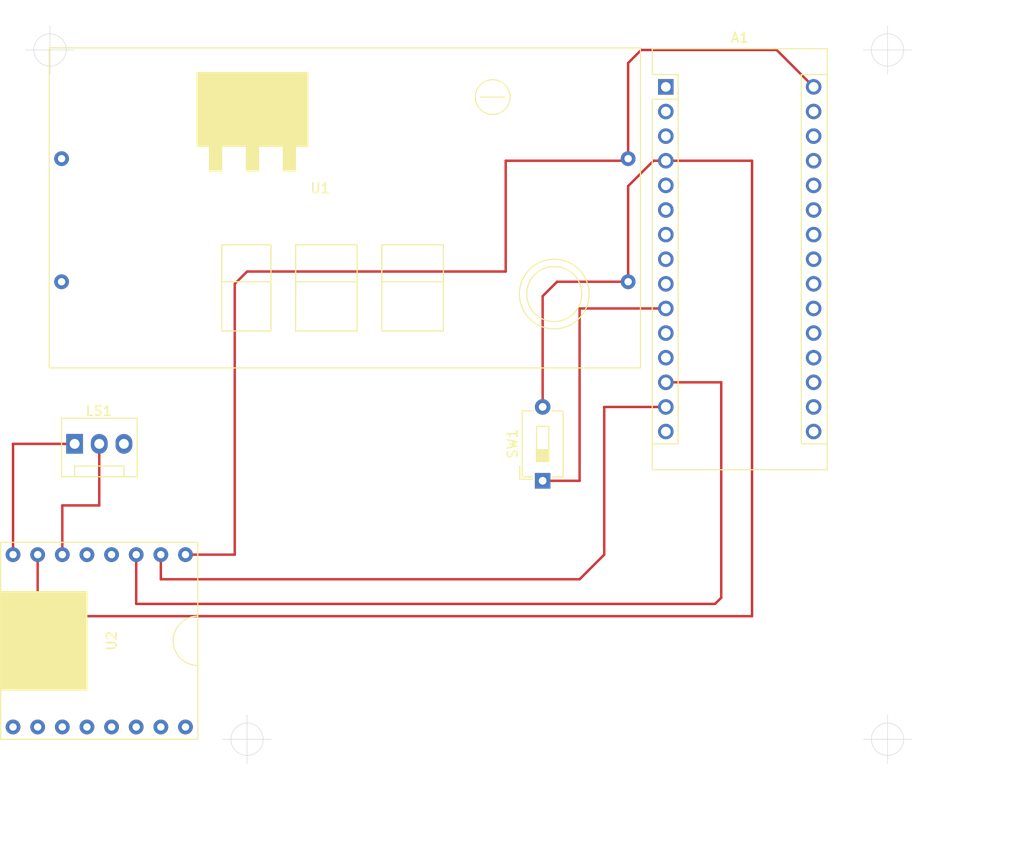
<source format=kicad_pcb>
(kicad_pcb (version 20171130) (host pcbnew "(5.1.9)-1")

  (general
    (thickness 1.6)
    (drawings 10)
    (tracks 39)
    (zones 0)
    (modules 5)
    (nets 45)
  )

  (page A4)
  (layers
    (0 F.Cu signal)
    (31 B.Cu signal)
    (32 B.Adhes user)
    (33 F.Adhes user)
    (34 B.Paste user)
    (35 F.Paste user)
    (36 B.SilkS user)
    (37 F.SilkS user)
    (38 B.Mask user)
    (39 F.Mask user)
    (40 Dwgs.User user)
    (41 Cmts.User user)
    (42 Eco1.User user)
    (43 Eco2.User user)
    (44 Edge.Cuts user)
    (45 Margin user)
    (46 B.CrtYd user hide)
    (47 F.CrtYd user hide)
    (48 B.Fab user)
    (49 F.Fab user hide)
  )

  (setup
    (last_trace_width 0.25)
    (trace_clearance 0.2)
    (zone_clearance 0.508)
    (zone_45_only no)
    (trace_min 0.2)
    (via_size 0.8)
    (via_drill 0.4)
    (via_min_size 0.4)
    (via_min_drill 0.3)
    (uvia_size 0.3)
    (uvia_drill 0.1)
    (uvias_allowed no)
    (uvia_min_size 0.2)
    (uvia_min_drill 0.1)
    (edge_width 0.05)
    (segment_width 0.2)
    (pcb_text_width 0.3)
    (pcb_text_size 1.5 1.5)
    (mod_edge_width 0.12)
    (mod_text_size 1 1)
    (mod_text_width 0.15)
    (pad_size 1.524 1.524)
    (pad_drill 0.762)
    (pad_to_mask_clearance 0)
    (aux_axis_origin 0 0)
    (visible_elements 7FFBFF7F)
    (pcbplotparams
      (layerselection 0x010fc_ffffffff)
      (usegerberextensions false)
      (usegerberattributes true)
      (usegerberadvancedattributes true)
      (creategerberjobfile true)
      (excludeedgelayer true)
      (linewidth 0.100000)
      (plotframeref false)
      (viasonmask false)
      (mode 1)
      (useauxorigin false)
      (hpglpennumber 1)
      (hpglpenspeed 20)
      (hpglpendiameter 15.000000)
      (psnegative false)
      (psa4output false)
      (plotreference true)
      (plotvalue true)
      (plotinvisibletext false)
      (padsonsilk false)
      (subtractmaskfromsilk false)
      (outputformat 1)
      (mirror false)
      (drillshape 1)
      (scaleselection 1)
      (outputdirectory ""))
  )

  (net 0 "")
  (net 1 "Net-(A1-Pad16)")
  (net 2 "Net-(A1-Pad15)")
  (net 3 "Net-(A1-Pad30)")
  (net 4 "Net-(A1-Pad14)")
  (net 5 "Net-(A1-Pad29)")
  (net 6 "Net-(A1-Pad13)")
  (net 7 "Net-(A1-Pad28)")
  (net 8 "Net-(A1-Pad12)")
  (net 9 "Net-(A1-Pad27)")
  (net 10 "Net-(A1-Pad11)")
  (net 11 "Net-(A1-Pad26)")
  (net 12 "Net-(A1-Pad10)")
  (net 13 "Net-(A1-Pad25)")
  (net 14 "Net-(A1-Pad9)")
  (net 15 "Net-(A1-Pad24)")
  (net 16 "Net-(A1-Pad8)")
  (net 17 "Net-(A1-Pad23)")
  (net 18 "Net-(A1-Pad7)")
  (net 19 "Net-(A1-Pad22)")
  (net 20 "Net-(A1-Pad6)")
  (net 21 "Net-(A1-Pad21)")
  (net 22 "Net-(A1-Pad5)")
  (net 23 "Net-(A1-Pad20)")
  (net 24 "Net-(A1-Pad4)")
  (net 25 "Net-(A1-Pad19)")
  (net 26 "Net-(A1-Pad3)")
  (net 27 "Net-(A1-Pad18)")
  (net 28 "Net-(A1-Pad2)")
  (net 29 "Net-(A1-Pad17)")
  (net 30 "Net-(A1-Pad1)")
  (net 31 "Net-(LS1-Pad2)")
  (net 32 "Net-(LS1-Pad1)")
  (net 33 GND)
  (net 34 +12V)
  (net 35 "Net-(U2-Pad16)")
  (net 36 "Net-(U2-Pad15)")
  (net 37 "Net-(U2-Pad14)")
  (net 38 "Net-(U2-Pad13)")
  (net 39 "Net-(U2-Pad12)")
  (net 40 "Net-(U2-Pad11)")
  (net 41 "Net-(U2-Pad10)")
  (net 42 "Net-(U2-Pad9)")
  (net 43 "Net-(U2-Pad5)")
  (net 44 "Net-(U2-Pad4)")

  (net_class Default "This is the default net class."
    (clearance 0.2)
    (trace_width 0.25)
    (via_dia 0.8)
    (via_drill 0.4)
    (uvia_dia 0.3)
    (uvia_drill 0.1)
    (add_net +12V)
    (add_net GND)
    (add_net "Net-(A1-Pad1)")
    (add_net "Net-(A1-Pad10)")
    (add_net "Net-(A1-Pad11)")
    (add_net "Net-(A1-Pad12)")
    (add_net "Net-(A1-Pad13)")
    (add_net "Net-(A1-Pad14)")
    (add_net "Net-(A1-Pad15)")
    (add_net "Net-(A1-Pad16)")
    (add_net "Net-(A1-Pad17)")
    (add_net "Net-(A1-Pad18)")
    (add_net "Net-(A1-Pad19)")
    (add_net "Net-(A1-Pad2)")
    (add_net "Net-(A1-Pad20)")
    (add_net "Net-(A1-Pad21)")
    (add_net "Net-(A1-Pad22)")
    (add_net "Net-(A1-Pad23)")
    (add_net "Net-(A1-Pad24)")
    (add_net "Net-(A1-Pad25)")
    (add_net "Net-(A1-Pad26)")
    (add_net "Net-(A1-Pad27)")
    (add_net "Net-(A1-Pad28)")
    (add_net "Net-(A1-Pad29)")
    (add_net "Net-(A1-Pad3)")
    (add_net "Net-(A1-Pad30)")
    (add_net "Net-(A1-Pad4)")
    (add_net "Net-(A1-Pad5)")
    (add_net "Net-(A1-Pad6)")
    (add_net "Net-(A1-Pad7)")
    (add_net "Net-(A1-Pad8)")
    (add_net "Net-(A1-Pad9)")
    (add_net "Net-(LS1-Pad1)")
    (add_net "Net-(LS1-Pad2)")
    (add_net "Net-(U2-Pad10)")
    (add_net "Net-(U2-Pad11)")
    (add_net "Net-(U2-Pad12)")
    (add_net "Net-(U2-Pad13)")
    (add_net "Net-(U2-Pad14)")
    (add_net "Net-(U2-Pad15)")
    (add_net "Net-(U2-Pad16)")
    (add_net "Net-(U2-Pad4)")
    (add_net "Net-(U2-Pad5)")
    (add_net "Net-(U2-Pad9)")
  )

  (module ImmEDV:DFPlayer-Mini (layer F.Cu) (tedit 60545760) (tstamp 60573F9F)
    (at 114.3 124.46 270)
    (path /60575059)
    (fp_text reference U2 (at 0 8.89 90) (layer F.SilkS)
      (effects (font (size 1 1) (thickness 0.15)))
    )
    (fp_text value DFPlayer-Mini (at 0 10.16 90) (layer F.Fab)
      (effects (font (size 1 1) (thickness 0.15)))
    )
    (fp_poly (pts (xy 5.08 20.32) (xy -5.08 20.32) (xy -5.08 11.43) (xy 5.08 11.43)) (layer F.SilkS) (width 0.1))
    (fp_line (start -10.16 0) (end -10.16 20.32) (layer F.SilkS) (width 0.12))
    (fp_line (start 10.16 0) (end -10.16 0) (layer F.SilkS) (width 0.12))
    (fp_line (start 10.16 20.32) (end 10.16 0) (layer F.SilkS) (width 0.12))
    (fp_line (start -10.16 20.32) (end 10.16 20.32) (layer F.SilkS) (width 0.12))
    (fp_arc (start 0 0) (end -2.54 0) (angle -180) (layer F.SilkS) (width 0.12))
    (pad 16 thru_hole circle (at 8.89 1.27 270) (size 1.524 1.524) (drill 0.762) (layers *.Cu *.Mask)
      (net 35 "Net-(U2-Pad16)"))
    (pad 15 thru_hole circle (at 8.89 3.81 270) (size 1.524 1.524) (drill 0.762) (layers *.Cu *.Mask)
      (net 36 "Net-(U2-Pad15)"))
    (pad 14 thru_hole circle (at 8.89 6.35 270) (size 1.524 1.524) (drill 0.762) (layers *.Cu *.Mask)
      (net 37 "Net-(U2-Pad14)"))
    (pad 13 thru_hole circle (at 8.89 8.89 270) (size 1.524 1.524) (drill 0.762) (layers *.Cu *.Mask)
      (net 38 "Net-(U2-Pad13)"))
    (pad 12 thru_hole circle (at 8.89 11.43 270) (size 1.524 1.524) (drill 0.762) (layers *.Cu *.Mask)
      (net 39 "Net-(U2-Pad12)"))
    (pad 11 thru_hole circle (at 8.89 13.97 270) (size 1.524 1.524) (drill 0.762) (layers *.Cu *.Mask)
      (net 40 "Net-(U2-Pad11)"))
    (pad 10 thru_hole circle (at 8.89 16.51 270) (size 1.524 1.524) (drill 0.762) (layers *.Cu *.Mask)
      (net 41 "Net-(U2-Pad10)"))
    (pad 9 thru_hole circle (at 8.89 19.05 270) (size 1.524 1.524) (drill 0.762) (layers *.Cu *.Mask)
      (net 42 "Net-(U2-Pad9)"))
    (pad 8 thru_hole circle (at -8.89 19.05 270) (size 1.524 1.524) (drill 0.762) (layers *.Cu *.Mask)
      (net 32 "Net-(LS1-Pad1)"))
    (pad 7 thru_hole circle (at -8.89 16.51 270) (size 1.524 1.524) (drill 0.762) (layers *.Cu *.Mask)
      (net 24 "Net-(A1-Pad4)"))
    (pad 6 thru_hole circle (at -8.89 13.97 270) (size 1.524 1.524) (drill 0.762) (layers *.Cu *.Mask)
      (net 31 "Net-(LS1-Pad2)"))
    (pad 5 thru_hole circle (at -8.89 11.43 270) (size 1.524 1.524) (drill 0.762) (layers *.Cu *.Mask)
      (net 43 "Net-(U2-Pad5)"))
    (pad 4 thru_hole circle (at -8.89 8.89 270) (size 1.524 1.524) (drill 0.762) (layers *.Cu *.Mask)
      (net 44 "Net-(U2-Pad4)"))
    (pad 3 thru_hole circle (at -8.89 6.35 270) (size 1.524 1.524) (drill 0.762) (layers *.Cu *.Mask)
      (net 6 "Net-(A1-Pad13)"))
    (pad 2 thru_hole circle (at -8.89 3.81 270) (size 1.524 1.524) (drill 0.762) (layers *.Cu *.Mask)
      (net 4 "Net-(A1-Pad14)"))
    (pad 1 thru_hole circle (at -8.89 1.27 270) (size 1.524 1.524) (drill 0.762) (layers *.Cu *.Mask)
      (net 3 "Net-(A1-Pad30)"))
  )

  (module ImmEDV:LM2596S (layer F.Cu) (tedit 60538E36) (tstamp 60573F85)
    (at 126.925 79.795)
    (path /6057688D)
    (fp_text reference U1 (at 0 -2.04) (layer F.SilkS)
      (effects (font (size 1 1) (thickness 0.15)))
    )
    (fp_text value LM2596S (at 0 -3.04) (layer F.Fab)
      (effects (font (size 1 1) (thickness 0.15)))
    )
    (fp_line (start 16.51 -11.43) (end 19.05 -11.43) (layer F.SilkS) (width 0.12))
    (fp_circle (center 17.78 -11.43) (end 19.05 -10.16) (layer F.SilkS) (width 0.12))
    (fp_poly (pts (xy 21.59 -7.62) (xy 5.08 -7.62) (xy 5.08 -13.97) (xy 21.59 -13.97)) (layer F.CrtYd) (width 0.1))
    (fp_poly (pts (xy -1.27 -6.35) (xy -2.54 -6.35) (xy -2.54 -13.97) (xy -1.27 -13.97)) (layer F.SilkS) (width 0.1))
    (fp_poly (pts (xy -2.54 -3.81) (xy -3.81 -3.81) (xy -3.81 -6.35) (xy -2.54 -6.35)) (layer F.SilkS) (width 0.1))
    (fp_poly (pts (xy -6.35 -3.81) (xy -7.62 -3.81) (xy -7.62 -6.35) (xy -6.35 -6.35)) (layer F.SilkS) (width 0.1))
    (fp_poly (pts (xy -10.16 -3.81) (xy -11.43 -3.81) (xy -11.43 -6.35) (xy -10.16 -6.35)) (layer F.SilkS) (width 0.1))
    (fp_poly (pts (xy -2.54 -6.35) (xy -12.7 -6.35) (xy -12.7 -13.97) (xy -2.54 -13.97)) (layer F.SilkS) (width 0.1))
    (fp_poly (pts (xy 27.94 12.7) (xy 20.32 12.7) (xy 20.32 5.08) (xy 27.94 5.08)) (layer F.CrtYd) (width 0.1))
    (fp_circle (center 24.13 8.89) (end 26.67 11.43) (layer F.SilkS) (width 0.12))
    (fp_circle (center 24.13 8.89) (end 25.4 11.43) (layer F.SilkS) (width 0.12))
    (fp_line (start 6.35 7.62) (end 12.7 7.62) (layer F.SilkS) (width 0.12))
    (fp_line (start 6.35 3.81) (end 6.35 7.62) (layer F.SilkS) (width 0.12))
    (fp_line (start 12.7 3.81) (end 6.35 3.81) (layer F.SilkS) (width 0.12))
    (fp_line (start 12.7 12.7) (end 12.7 3.81) (layer F.SilkS) (width 0.12))
    (fp_line (start 6.35 12.7) (end 12.7 12.7) (layer F.SilkS) (width 0.12))
    (fp_line (start 6.35 3.81) (end 6.35 12.7) (layer F.SilkS) (width 0.12))
    (fp_line (start -2.54 7.62) (end 3.81 7.62) (layer F.SilkS) (width 0.12))
    (fp_line (start -2.54 8.89) (end -2.54 7.62) (layer F.SilkS) (width 0.12))
    (fp_line (start -2.54 3.81) (end -2.54 8.89) (layer F.SilkS) (width 0.12))
    (fp_line (start 3.81 3.81) (end -2.54 3.81) (layer F.SilkS) (width 0.12))
    (fp_line (start 3.81 12.7) (end 3.81 3.81) (layer F.SilkS) (width 0.12))
    (fp_line (start -2.54 12.7) (end 3.81 12.7) (layer F.SilkS) (width 0.12))
    (fp_line (start -2.54 3.81) (end -2.54 12.7) (layer F.SilkS) (width 0.12))
    (fp_line (start -5.08 3.81) (end -5.08 7.62) (layer F.SilkS) (width 0.12))
    (fp_line (start -10.16 3.81) (end -5.08 3.81) (layer F.SilkS) (width 0.12))
    (fp_line (start -10.16 7.62) (end -10.16 3.81) (layer F.SilkS) (width 0.12))
    (fp_line (start -10.16 12.7) (end -10.16 7.62) (layer F.SilkS) (width 0.12))
    (fp_line (start -5.08 12.7) (end -10.16 12.7) (layer F.SilkS) (width 0.12))
    (fp_line (start -5.08 7.62) (end -5.08 12.7) (layer F.SilkS) (width 0.12))
    (fp_line (start -10.16 7.62) (end -5.08 7.62) (layer F.SilkS) (width 0.12))
    (fp_line (start -10.16 3.81) (end -10.16 7.62) (layer F.SilkS) (width 0.12))
    (fp_poly (pts (xy 13.97 15.24) (xy -13.97 15.24) (xy -13.97 1.27) (xy 13.97 1.27)) (layer F.Fab) (width 0.1))
    (fp_line (start 33.02 -16.51) (end -27.94 -16.51) (layer F.SilkS) (width 0.12))
    (fp_line (start 33.02 16.51) (end 33.02 -16.51) (layer F.SilkS) (width 0.12))
    (fp_line (start -27.94 16.51) (end 33.02 16.51) (layer F.SilkS) (width 0.12))
    (fp_line (start -27.94 -16.51) (end -27.94 16.51) (layer F.SilkS) (width 0.12))
    (pad 4 thru_hole circle (at 31.75 7.62) (size 1.524 1.524) (drill 0.762) (layers *.Cu *.Mask)
      (net 24 "Net-(A1-Pad4)"))
    (pad 3 thru_hole circle (at 31.75 -5.08) (size 1.524 1.524) (drill 0.762) (layers *.Cu *.Mask)
      (net 3 "Net-(A1-Pad30)"))
    (pad 2 thru_hole circle (at -26.67 7.62) (size 1.524 1.524) (drill 0.762) (layers *.Cu *.Mask)
      (net 33 GND))
    (pad 1 thru_hole circle (at -26.67 -5.08) (size 1.524 1.524) (drill 0.762) (layers *.Cu *.Mask)
      (net 34 +12V))
  )

  (module Module:Arduino_Nano (layer F.Cu) (tedit 58ACAF70) (tstamp 60573F05)
    (at 162.56 67.31)
    (descr "Arduino Nano, http://www.mouser.com/pdfdocs/Gravitech_Arduino_Nano3_0.pdf")
    (tags "Arduino Nano")
    (path /605735C1)
    (fp_text reference A1 (at 7.62 -5.08) (layer F.SilkS)
      (effects (font (size 1 1) (thickness 0.15)))
    )
    (fp_text value Arduino_Nano_v2.x (at 8.89 19.05 90) (layer F.Fab)
      (effects (font (size 1 1) (thickness 0.15)))
    )
    (fp_line (start 16.75 42.16) (end -1.53 42.16) (layer F.CrtYd) (width 0.05))
    (fp_line (start 16.75 42.16) (end 16.75 -4.06) (layer F.CrtYd) (width 0.05))
    (fp_line (start -1.53 -4.06) (end -1.53 42.16) (layer F.CrtYd) (width 0.05))
    (fp_line (start -1.53 -4.06) (end 16.75 -4.06) (layer F.CrtYd) (width 0.05))
    (fp_line (start 16.51 -3.81) (end 16.51 39.37) (layer F.Fab) (width 0.1))
    (fp_line (start 0 -3.81) (end 16.51 -3.81) (layer F.Fab) (width 0.1))
    (fp_line (start -1.27 -2.54) (end 0 -3.81) (layer F.Fab) (width 0.1))
    (fp_line (start -1.27 39.37) (end -1.27 -2.54) (layer F.Fab) (width 0.1))
    (fp_line (start 16.51 39.37) (end -1.27 39.37) (layer F.Fab) (width 0.1))
    (fp_line (start 16.64 -3.94) (end -1.4 -3.94) (layer F.SilkS) (width 0.12))
    (fp_line (start 16.64 39.5) (end 16.64 -3.94) (layer F.SilkS) (width 0.12))
    (fp_line (start -1.4 39.5) (end 16.64 39.5) (layer F.SilkS) (width 0.12))
    (fp_line (start 3.81 41.91) (end 3.81 31.75) (layer F.Fab) (width 0.1))
    (fp_line (start 11.43 41.91) (end 3.81 41.91) (layer F.Fab) (width 0.1))
    (fp_line (start 11.43 31.75) (end 11.43 41.91) (layer F.Fab) (width 0.1))
    (fp_line (start 3.81 31.75) (end 11.43 31.75) (layer F.Fab) (width 0.1))
    (fp_line (start 1.27 36.83) (end -1.4 36.83) (layer F.SilkS) (width 0.12))
    (fp_line (start 1.27 1.27) (end 1.27 36.83) (layer F.SilkS) (width 0.12))
    (fp_line (start 1.27 1.27) (end -1.4 1.27) (layer F.SilkS) (width 0.12))
    (fp_line (start 13.97 36.83) (end 16.64 36.83) (layer F.SilkS) (width 0.12))
    (fp_line (start 13.97 -1.27) (end 13.97 36.83) (layer F.SilkS) (width 0.12))
    (fp_line (start 13.97 -1.27) (end 16.64 -1.27) (layer F.SilkS) (width 0.12))
    (fp_line (start -1.4 -3.94) (end -1.4 -1.27) (layer F.SilkS) (width 0.12))
    (fp_line (start -1.4 1.27) (end -1.4 39.5) (layer F.SilkS) (width 0.12))
    (fp_line (start 1.27 -1.27) (end -1.4 -1.27) (layer F.SilkS) (width 0.12))
    (fp_line (start 1.27 1.27) (end 1.27 -1.27) (layer F.SilkS) (width 0.12))
    (fp_text user %R (at 6.35 19.05 90) (layer F.Fab)
      (effects (font (size 1 1) (thickness 0.15)))
    )
    (pad 16 thru_hole oval (at 15.24 35.56) (size 1.6 1.6) (drill 1) (layers *.Cu *.Mask)
      (net 1 "Net-(A1-Pad16)"))
    (pad 15 thru_hole oval (at 0 35.56) (size 1.6 1.6) (drill 1) (layers *.Cu *.Mask)
      (net 2 "Net-(A1-Pad15)"))
    (pad 30 thru_hole oval (at 15.24 0) (size 1.6 1.6) (drill 1) (layers *.Cu *.Mask)
      (net 3 "Net-(A1-Pad30)"))
    (pad 14 thru_hole oval (at 0 33.02) (size 1.6 1.6) (drill 1) (layers *.Cu *.Mask)
      (net 4 "Net-(A1-Pad14)"))
    (pad 29 thru_hole oval (at 15.24 2.54) (size 1.6 1.6) (drill 1) (layers *.Cu *.Mask)
      (net 5 "Net-(A1-Pad29)"))
    (pad 13 thru_hole oval (at 0 30.48) (size 1.6 1.6) (drill 1) (layers *.Cu *.Mask)
      (net 6 "Net-(A1-Pad13)"))
    (pad 28 thru_hole oval (at 15.24 5.08) (size 1.6 1.6) (drill 1) (layers *.Cu *.Mask)
      (net 7 "Net-(A1-Pad28)"))
    (pad 12 thru_hole oval (at 0 27.94) (size 1.6 1.6) (drill 1) (layers *.Cu *.Mask)
      (net 8 "Net-(A1-Pad12)"))
    (pad 27 thru_hole oval (at 15.24 7.62) (size 1.6 1.6) (drill 1) (layers *.Cu *.Mask)
      (net 9 "Net-(A1-Pad27)"))
    (pad 11 thru_hole oval (at 0 25.4) (size 1.6 1.6) (drill 1) (layers *.Cu *.Mask)
      (net 10 "Net-(A1-Pad11)"))
    (pad 26 thru_hole oval (at 15.24 10.16) (size 1.6 1.6) (drill 1) (layers *.Cu *.Mask)
      (net 11 "Net-(A1-Pad26)"))
    (pad 10 thru_hole oval (at 0 22.86) (size 1.6 1.6) (drill 1) (layers *.Cu *.Mask)
      (net 12 "Net-(A1-Pad10)"))
    (pad 25 thru_hole oval (at 15.24 12.7) (size 1.6 1.6) (drill 1) (layers *.Cu *.Mask)
      (net 13 "Net-(A1-Pad25)"))
    (pad 9 thru_hole oval (at 0 20.32) (size 1.6 1.6) (drill 1) (layers *.Cu *.Mask)
      (net 14 "Net-(A1-Pad9)"))
    (pad 24 thru_hole oval (at 15.24 15.24) (size 1.6 1.6) (drill 1) (layers *.Cu *.Mask)
      (net 15 "Net-(A1-Pad24)"))
    (pad 8 thru_hole oval (at 0 17.78) (size 1.6 1.6) (drill 1) (layers *.Cu *.Mask)
      (net 16 "Net-(A1-Pad8)"))
    (pad 23 thru_hole oval (at 15.24 17.78) (size 1.6 1.6) (drill 1) (layers *.Cu *.Mask)
      (net 17 "Net-(A1-Pad23)"))
    (pad 7 thru_hole oval (at 0 15.24) (size 1.6 1.6) (drill 1) (layers *.Cu *.Mask)
      (net 18 "Net-(A1-Pad7)"))
    (pad 22 thru_hole oval (at 15.24 20.32) (size 1.6 1.6) (drill 1) (layers *.Cu *.Mask)
      (net 19 "Net-(A1-Pad22)"))
    (pad 6 thru_hole oval (at 0 12.7) (size 1.6 1.6) (drill 1) (layers *.Cu *.Mask)
      (net 20 "Net-(A1-Pad6)"))
    (pad 21 thru_hole oval (at 15.24 22.86) (size 1.6 1.6) (drill 1) (layers *.Cu *.Mask)
      (net 21 "Net-(A1-Pad21)"))
    (pad 5 thru_hole oval (at 0 10.16) (size 1.6 1.6) (drill 1) (layers *.Cu *.Mask)
      (net 22 "Net-(A1-Pad5)"))
    (pad 20 thru_hole oval (at 15.24 25.4) (size 1.6 1.6) (drill 1) (layers *.Cu *.Mask)
      (net 23 "Net-(A1-Pad20)"))
    (pad 4 thru_hole oval (at 0 7.62) (size 1.6 1.6) (drill 1) (layers *.Cu *.Mask)
      (net 24 "Net-(A1-Pad4)"))
    (pad 19 thru_hole oval (at 15.24 27.94) (size 1.6 1.6) (drill 1) (layers *.Cu *.Mask)
      (net 25 "Net-(A1-Pad19)"))
    (pad 3 thru_hole oval (at 0 5.08) (size 1.6 1.6) (drill 1) (layers *.Cu *.Mask)
      (net 26 "Net-(A1-Pad3)"))
    (pad 18 thru_hole oval (at 15.24 30.48) (size 1.6 1.6) (drill 1) (layers *.Cu *.Mask)
      (net 27 "Net-(A1-Pad18)"))
    (pad 2 thru_hole oval (at 0 2.54) (size 1.6 1.6) (drill 1) (layers *.Cu *.Mask)
      (net 28 "Net-(A1-Pad2)"))
    (pad 17 thru_hole oval (at 15.24 33.02) (size 1.6 1.6) (drill 1) (layers *.Cu *.Mask)
      (net 29 "Net-(A1-Pad17)"))
    (pad 1 thru_hole rect (at 0 0) (size 1.6 1.6) (drill 1) (layers *.Cu *.Mask)
      (net 30 "Net-(A1-Pad1)"))
    (model ${KISYS3DMOD}/Module.3dshapes/Arduino_Nano_WithMountingHoles.wrl
      (at (xyz 0 0 0))
      (scale (xyz 1 1 1))
      (rotate (xyz 0 0 0))
    )
  )

  (module Button_Switch_THT:SW_DIP_SPSTx01_Slide_6.7x4.1mm_W7.62mm_P2.54mm_LowProfile (layer F.Cu) (tedit 5A4E1404) (tstamp 60573F58)
    (at 149.86 107.95 90)
    (descr "1x-dip-switch SPST , Slide, row spacing 7.62 mm (300 mils), body size 6.7x4.1mm (see e.g. https://www.ctscorp.com/wp-content/uploads/209-210.pdf), LowProfile")
    (tags "DIP Switch SPST Slide 7.62mm 300mil LowProfile")
    (path /6057874E)
    (fp_text reference SW1 (at 3.81 -3.11 90) (layer F.SilkS)
      (effects (font (size 1 1) (thickness 0.15)))
    )
    (fp_text value Klingelknopf (at 3.81 3.11 90) (layer F.Fab)
      (effects (font (size 1 1) (thickness 0.15)))
    )
    (fp_line (start 8.7 -2.4) (end -1.1 -2.4) (layer F.CrtYd) (width 0.05))
    (fp_line (start 8.7 2.4) (end 8.7 -2.4) (layer F.CrtYd) (width 0.05))
    (fp_line (start -1.1 2.4) (end 8.7 2.4) (layer F.CrtYd) (width 0.05))
    (fp_line (start -1.1 -2.4) (end -1.1 2.4) (layer F.CrtYd) (width 0.05))
    (fp_line (start 3.206667 -0.635) (end 3.206667 0.635) (layer F.SilkS) (width 0.12))
    (fp_line (start 2 0.565) (end 3.206667 0.565) (layer F.SilkS) (width 0.12))
    (fp_line (start 2 0.445) (end 3.206667 0.445) (layer F.SilkS) (width 0.12))
    (fp_line (start 2 0.325) (end 3.206667 0.325) (layer F.SilkS) (width 0.12))
    (fp_line (start 2 0.205) (end 3.206667 0.205) (layer F.SilkS) (width 0.12))
    (fp_line (start 2 0.085) (end 3.206667 0.085) (layer F.SilkS) (width 0.12))
    (fp_line (start 2 -0.035) (end 3.206667 -0.035) (layer F.SilkS) (width 0.12))
    (fp_line (start 2 -0.155) (end 3.206667 -0.155) (layer F.SilkS) (width 0.12))
    (fp_line (start 2 -0.275) (end 3.206667 -0.275) (layer F.SilkS) (width 0.12))
    (fp_line (start 2 -0.395) (end 3.206667 -0.395) (layer F.SilkS) (width 0.12))
    (fp_line (start 2 -0.515) (end 3.206667 -0.515) (layer F.SilkS) (width 0.12))
    (fp_line (start 5.62 -0.635) (end 2 -0.635) (layer F.SilkS) (width 0.12))
    (fp_line (start 5.62 0.635) (end 5.62 -0.635) (layer F.SilkS) (width 0.12))
    (fp_line (start 2 0.635) (end 5.62 0.635) (layer F.SilkS) (width 0.12))
    (fp_line (start 2 -0.635) (end 2 0.635) (layer F.SilkS) (width 0.12))
    (fp_line (start 0.16 -2.35) (end 0.16 -1.04) (layer F.SilkS) (width 0.12))
    (fp_line (start 0.16 -2.35) (end 1.543 -2.35) (layer F.SilkS) (width 0.12))
    (fp_line (start 7.221 0.99) (end 7.221 2.11) (layer F.SilkS) (width 0.12))
    (fp_line (start 7.221 -2.11) (end 7.221 -0.99) (layer F.SilkS) (width 0.12))
    (fp_line (start 0.4 1.04) (end 0.4 2.11) (layer F.SilkS) (width 0.12))
    (fp_line (start 0.4 -2.11) (end 0.4 -1.04) (layer F.SilkS) (width 0.12))
    (fp_line (start 0.4 2.11) (end 7.221 2.11) (layer F.SilkS) (width 0.12))
    (fp_line (start 0.4 -2.11) (end 7.221 -2.11) (layer F.SilkS) (width 0.12))
    (fp_line (start 3.206667 -0.635) (end 3.206667 0.635) (layer F.Fab) (width 0.1))
    (fp_line (start 2 0.565) (end 3.206667 0.565) (layer F.Fab) (width 0.1))
    (fp_line (start 2 0.465) (end 3.206667 0.465) (layer F.Fab) (width 0.1))
    (fp_line (start 2 0.365) (end 3.206667 0.365) (layer F.Fab) (width 0.1))
    (fp_line (start 2 0.265) (end 3.206667 0.265) (layer F.Fab) (width 0.1))
    (fp_line (start 2 0.165) (end 3.206667 0.165) (layer F.Fab) (width 0.1))
    (fp_line (start 2 0.065) (end 3.206667 0.065) (layer F.Fab) (width 0.1))
    (fp_line (start 2 -0.035) (end 3.206667 -0.035) (layer F.Fab) (width 0.1))
    (fp_line (start 2 -0.135) (end 3.206667 -0.135) (layer F.Fab) (width 0.1))
    (fp_line (start 2 -0.235) (end 3.206667 -0.235) (layer F.Fab) (width 0.1))
    (fp_line (start 2 -0.335) (end 3.206667 -0.335) (layer F.Fab) (width 0.1))
    (fp_line (start 2 -0.435) (end 3.206667 -0.435) (layer F.Fab) (width 0.1))
    (fp_line (start 2 -0.535) (end 3.206667 -0.535) (layer F.Fab) (width 0.1))
    (fp_line (start 5.62 -0.635) (end 2 -0.635) (layer F.Fab) (width 0.1))
    (fp_line (start 5.62 0.635) (end 5.62 -0.635) (layer F.Fab) (width 0.1))
    (fp_line (start 2 0.635) (end 5.62 0.635) (layer F.Fab) (width 0.1))
    (fp_line (start 2 -0.635) (end 2 0.635) (layer F.Fab) (width 0.1))
    (fp_line (start 0.46 -1.05) (end 1.46 -2.05) (layer F.Fab) (width 0.1))
    (fp_line (start 0.46 2.05) (end 0.46 -1.05) (layer F.Fab) (width 0.1))
    (fp_line (start 7.16 2.05) (end 0.46 2.05) (layer F.Fab) (width 0.1))
    (fp_line (start 7.16 -2.05) (end 7.16 2.05) (layer F.Fab) (width 0.1))
    (fp_line (start 1.46 -2.05) (end 7.16 -2.05) (layer F.Fab) (width 0.1))
    (fp_text user on (at 4.485 -1.3425 90) (layer F.Fab)
      (effects (font (size 0.6 0.6) (thickness 0.09)))
    )
    (fp_text user %R (at 6.39 0) (layer F.Fab)
      (effects (font (size 0.6 0.6) (thickness 0.09)))
    )
    (pad 2 thru_hole oval (at 7.62 0 90) (size 1.6 1.6) (drill 0.8) (layers *.Cu *.Mask)
      (net 24 "Net-(A1-Pad4)"))
    (pad 1 thru_hole rect (at 0 0 90) (size 1.6 1.6) (drill 0.8) (layers *.Cu *.Mask)
      (net 12 "Net-(A1-Pad10)"))
    (model ${KISYS3DMOD}/Button_Switch_THT.3dshapes/SW_DIP_SPSTx01_Slide_6.7x4.1mm_W7.62mm_P2.54mm_LowProfile.wrl
      (at (xyz 0 0 0))
      (scale (xyz 1 1 1))
      (rotate (xyz 0 0 90))
    )
  )

  (module Connector:FanPinHeader_1x03_P2.54mm_Vertical (layer F.Cu) (tedit 5A19DCDF) (tstamp 60573F1F)
    (at 101.6 104.14)
    (descr "3-pin CPU fan Through hole pin header, see http://www.formfactors.org/developer%5Cspecs%5Crev1_2_public.pdf")
    (tags "pin header 3-pin CPU fan")
    (path /60577A73)
    (fp_text reference LS1 (at 2.5 -3.4) (layer F.SilkS)
      (effects (font (size 1 1) (thickness 0.15)))
    )
    (fp_text value "Speaker 3W" (at 2.55 4.5) (layer F.Fab)
      (effects (font (size 1 1) (thickness 0.15)))
    )
    (fp_line (start 6.85 -3.05) (end 6.85 3.8) (layer F.CrtYd) (width 0.05))
    (fp_line (start 6.85 -3.05) (end -1.75 -3.05) (layer F.CrtYd) (width 0.05))
    (fp_line (start -1.75 3.8) (end 6.85 3.8) (layer F.CrtYd) (width 0.05))
    (fp_line (start -1.75 3.8) (end -1.75 -3.05) (layer F.CrtYd) (width 0.05))
    (fp_line (start 5.08 2.29) (end 5.08 3.3) (layer F.SilkS) (width 0.12))
    (fp_line (start 0 2.29) (end 5.08 2.29) (layer F.SilkS) (width 0.12))
    (fp_line (start 0 3.3) (end 0 2.29) (layer F.SilkS) (width 0.12))
    (fp_line (start 6.35 3.3) (end -1.25 3.3) (layer F.Fab) (width 0.1))
    (fp_line (start 6.35 -2.55) (end 6.35 3.3) (layer F.Fab) (width 0.1))
    (fp_line (start -1.25 -2.55) (end 6.35 -2.55) (layer F.Fab) (width 0.1))
    (fp_line (start -1.25 3.3) (end -1.25 -2.55) (layer F.Fab) (width 0.1))
    (fp_line (start 0 2.3) (end 0 3.3) (layer F.Fab) (width 0.1))
    (fp_line (start 5.05 2.3) (end 0 2.3) (layer F.Fab) (width 0.1))
    (fp_line (start 5.05 3.3) (end 5.05 2.3) (layer F.Fab) (width 0.1))
    (fp_line (start 6.45 3.4) (end -1.35 3.4) (layer F.SilkS) (width 0.12))
    (fp_line (start 6.45 -2.65) (end 6.45 3.4) (layer F.SilkS) (width 0.12))
    (fp_line (start -1.35 -2.65) (end 6.45 -2.65) (layer F.SilkS) (width 0.12))
    (fp_line (start -1.35 3.4) (end -1.35 -2.65) (layer F.SilkS) (width 0.12))
    (fp_text user %R (at 2.45 1.8) (layer F.Fab)
      (effects (font (size 1 1) (thickness 0.15)))
    )
    (pad 3 thru_hole oval (at 5.08 0 90) (size 2.03 1.73) (drill 1.02) (layers *.Cu *.Mask))
    (pad 2 thru_hole oval (at 2.54 0 90) (size 2.03 1.73) (drill 1.02) (layers *.Cu *.Mask)
      (net 31 "Net-(LS1-Pad2)"))
    (pad 1 thru_hole rect (at 0 0 90) (size 2.03 1.73) (drill 1.02) (layers *.Cu *.Mask)
      (net 32 "Net-(LS1-Pad1)"))
    (model ${KISYS3DMOD}/Connector.3dshapes/FanPinHeader_1x03_P2.54mm_Vertical.wrl
      (at (xyz 0 0 0))
      (scale (xyz 1 1 1))
      (rotate (xyz 0 0 0))
    )
  )

  (dimension 81.28 (width 0.15) (layer Dwgs.User)
    (gr_text "81,280 mm" (at 198.15 99.06 90) (layer Dwgs.User)
      (effects (font (size 1 1) (thickness 0.15)))
    )
    (feature1 (pts (xy 190.5 58.42) (xy 197.436421 58.42)))
    (feature2 (pts (xy 190.5 139.7) (xy 197.436421 139.7)))
    (crossbar (pts (xy 196.85 139.7) (xy 196.85 58.42)))
    (arrow1a (pts (xy 196.85 58.42) (xy 197.436421 59.546504)))
    (arrow1b (pts (xy 196.85 58.42) (xy 196.263579 59.546504)))
    (arrow2a (pts (xy 196.85 139.7) (xy 197.436421 138.573496)))
    (arrow2b (pts (xy 196.85 139.7) (xy 196.263579 138.573496)))
  )
  (dimension 96.52 (width 0.15) (layer Dwgs.User)
    (gr_text "96,520 mm" (at 142.24 146.08) (layer Dwgs.User)
      (effects (font (size 1 1) (thickness 0.15)))
    )
    (feature1 (pts (xy 190.5 139.7) (xy 190.5 145.366421)))
    (feature2 (pts (xy 93.98 139.7) (xy 93.98 145.366421)))
    (crossbar (pts (xy 93.98 144.78) (xy 190.5 144.78)))
    (arrow1a (pts (xy 190.5 144.78) (xy 189.373496 145.366421)))
    (arrow1b (pts (xy 190.5 144.78) (xy 189.373496 144.193579)))
    (arrow2a (pts (xy 93.98 144.78) (xy 95.106504 145.366421)))
    (arrow2b (pts (xy 93.98 144.78) (xy 95.106504 144.193579)))
  )
  (target plus (at 99.06 63.5) (size 5) (width 0.05) (layer Edge.Cuts) (tstamp 60584D9F))
  (target plus (at 119.38 134.62) (size 5) (width 0.05) (layer Edge.Cuts) (tstamp 60584D9E))
  (target plus (at 185.42 63.5) (size 5) (width 0.05) (layer Edge.Cuts) (tstamp 60584D9D))
  (target plus (at 185.42 134.62) (size 5) (width 0.05) (layer Edge.Cuts))
  (gr_line (start 190.5 139.7) (end 93.98 139.7) (layer Dwgs.User) (width 0.15) (tstamp 60584D9C))
  (gr_line (start 190.5 58.42) (end 190.5 139.7) (layer Dwgs.User) (width 0.15))
  (gr_line (start 93.98 58.42) (end 190.5 58.42) (layer Dwgs.User) (width 0.15))
  (gr_line (start 93.98 139.7) (end 93.98 58.42) (layer Dwgs.User) (width 0.15))

  (segment (start 158.675 74.715) (end 158.675 64.845) (width 0.25) (layer F.Cu) (net 3))
  (segment (start 158.675 64.845) (end 160.02 63.5) (width 0.25) (layer F.Cu) (net 3))
  (segment (start 173.99 63.5) (end 177.8 67.31) (width 0.25) (layer F.Cu) (net 3))
  (segment (start 160.02 63.5) (end 173.99 63.5) (width 0.25) (layer F.Cu) (net 3))
  (segment (start 158.46 74.93) (end 158.675 74.715) (width 0.25) (layer F.Cu) (net 3))
  (segment (start 146.05 74.93) (end 158.46 74.93) (width 0.25) (layer F.Cu) (net 3))
  (segment (start 146.05 86.36) (end 146.05 74.93) (width 0.25) (layer F.Cu) (net 3))
  (segment (start 119.38 86.36) (end 146.05 86.36) (width 0.25) (layer F.Cu) (net 3))
  (segment (start 118.11 87.63) (end 119.38 86.36) (width 0.25) (layer F.Cu) (net 3))
  (segment (start 118.11 115.57) (end 118.11 87.63) (width 0.25) (layer F.Cu) (net 3))
  (segment (start 118.11 115.57) (end 113.03 115.57) (width 0.25) (layer F.Cu) (net 3))
  (segment (start 110.49 118.11) (end 110.49 115.57) (width 0.25) (layer F.Cu) (net 4))
  (segment (start 153.67 118.11) (end 110.49 118.11) (width 0.25) (layer F.Cu) (net 4))
  (segment (start 156.21 115.57) (end 153.67 118.11) (width 0.25) (layer F.Cu) (net 4))
  (segment (start 156.21 100.33) (end 156.21 115.57) (width 0.25) (layer F.Cu) (net 4))
  (segment (start 162.56 100.33) (end 156.21 100.33) (width 0.25) (layer F.Cu) (net 4))
  (segment (start 107.95 120.65) (end 107.95 115.57) (width 0.25) (layer F.Cu) (net 6))
  (segment (start 168.27359 120.01641) (end 167.64 120.65) (width 0.25) (layer F.Cu) (net 6))
  (segment (start 168.27359 97.79) (end 168.27359 120.01641) (width 0.25) (layer F.Cu) (net 6))
  (segment (start 167.64 120.65) (end 107.95 120.65) (width 0.25) (layer F.Cu) (net 6))
  (segment (start 162.56 97.79) (end 168.27359 97.79) (width 0.25) (layer F.Cu) (net 6))
  (segment (start 149.86 107.95) (end 153.67 107.95) (width 0.25) (layer F.Cu) (net 12))
  (segment (start 153.67 107.95) (end 153.67 90.17) (width 0.25) (layer F.Cu) (net 12))
  (segment (start 153.67 90.17) (end 162.56 90.17) (width 0.25) (layer F.Cu) (net 12))
  (segment (start 158.675 87.415) (end 158.675 77.545) (width 0.25) (layer F.Cu) (net 24))
  (segment (start 162.56 74.93) (end 161.29 74.93) (width 0.25) (layer F.Cu) (net 24))
  (segment (start 161.29 74.93) (end 158.675 77.545) (width 0.25) (layer F.Cu) (net 24))
  (segment (start 149.86 100.33) (end 149.86 88.9) (width 0.25) (layer F.Cu) (net 24))
  (segment (start 151.345 87.415) (end 158.675 87.415) (width 0.25) (layer F.Cu) (net 24))
  (segment (start 149.86 88.9) (end 151.345 87.415) (width 0.25) (layer F.Cu) (net 24))
  (segment (start 97.79 121.92) (end 97.79 115.57) (width 0.25) (layer F.Cu) (net 24))
  (segment (start 171.45 121.92) (end 97.79 121.92) (width 0.25) (layer F.Cu) (net 24))
  (segment (start 171.45 74.93) (end 171.45 121.92) (width 0.25) (layer F.Cu) (net 24))
  (segment (start 162.56 74.93) (end 171.45 74.93) (width 0.25) (layer F.Cu) (net 24))
  (segment (start 100.33 115.57) (end 100.33 110.49) (width 0.25) (layer F.Cu) (net 31))
  (segment (start 100.33 110.49) (end 104.14 110.49) (width 0.25) (layer F.Cu) (net 31))
  (segment (start 104.14 110.49) (end 104.14 104.14) (width 0.25) (layer F.Cu) (net 31))
  (segment (start 95.25 104.14) (end 101.6 104.14) (width 0.25) (layer F.Cu) (net 32))
  (segment (start 95.25 115.57) (end 95.25 104.14) (width 0.25) (layer F.Cu) (net 32))

)

</source>
